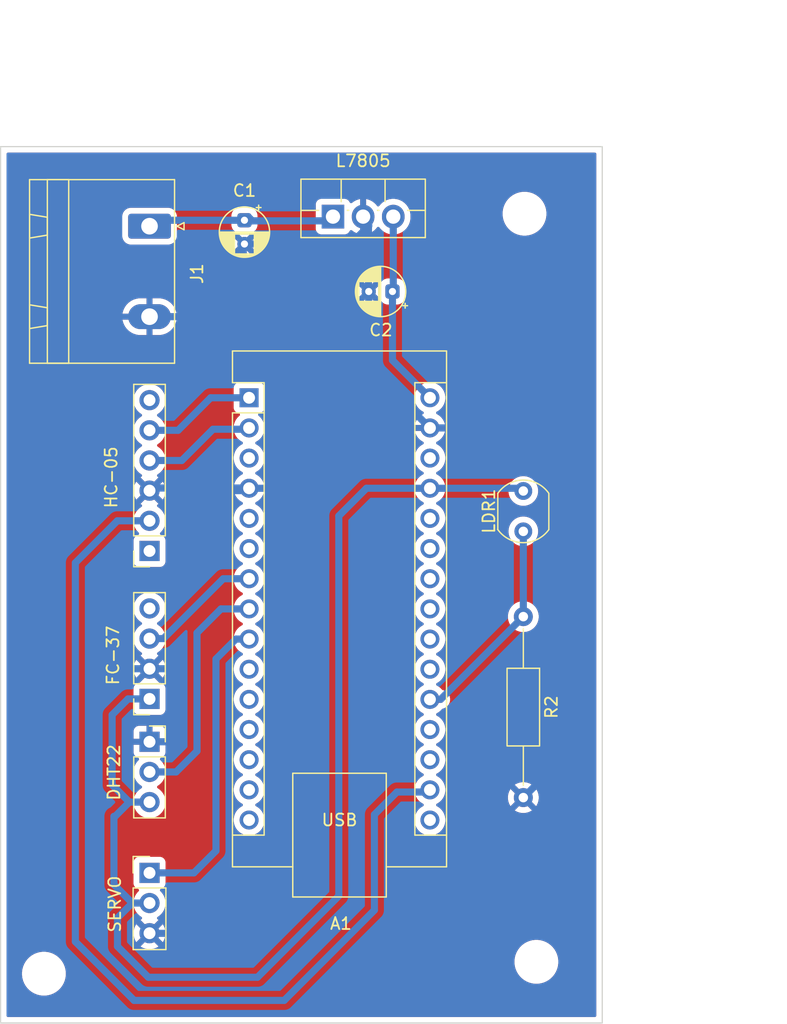
<source format=kicad_pcb>
(kicad_pcb (version 20241229) (generator "pcbnew") (generator_version "9.0")
  (layers (0 "F.Cu" signal) (2 "B.Cu" signal) (13 "F.Paste" user) (15 "B.Paste" user) (5 "F.SilkS" user "F.Silkscreen") (7 "B.SilkS" user "B.Silkscreen") (1 "F.Mask" user) (3 "B.Mask" user) (25 "Edge.Cuts" user))
  (net 0 "")
  (net 2 "DHT22")
  (net 11 "TX")
  (net 14 "RX")
  (net 15 "5V")
  (net 19 "VIN")
  (net 21 "FC37")
  (net 22 "LDR")
  (net 23 "3V3")
  (net 28 "SERVO")
  (net 29 "Net-(J1-Pin_1)")
  (net 30 "GND")
  (footprint "Module:Arduino_Nano" (layer "F.Cu") (at 63.1 80.64)
    (property "Reference" "A1" (at 7.74 44.28 0) (layer "F.SilkS"))
    (property "Value" "Arduino_Nano")
    (fp_line (start -1.4 -3.94) (end -1.4 -1.27) (stroke (width 0.12)) (layer "F.SilkS"))
    (fp_line (start -1.4 1.27) (end -1.4 39.5) (stroke (width 0.12)) (layer "F.SilkS"))
    (fp_line (start -1.4 39.5) (end 3.68 39.5) (stroke (width 0.12)) (layer "F.SilkS"))
    (fp_line (start 1.27 -1.27) (end -1.4 -1.27) (stroke (width 0.12)) (layer "F.SilkS"))
    (fp_line (start 1.27 1.27) (end -1.4 1.27) (stroke (width 0.12)) (layer "F.SilkS"))
    (fp_line (start 1.27 1.27) (end 1.27 -1.27) (stroke (width 0.12)) (layer "F.SilkS"))
    (fp_line (start 1.27 1.27) (end 1.27 36.83) (stroke (width 0.12)) (layer "F.SilkS"))
    (fp_line (start 1.27 36.83) (end -1.4 36.83) (stroke (width 0.12)) (layer "F.SilkS"))
    (fp_line (start 3.68 31.62) (end 11.56 31.62) (stroke (width 0.12)) (layer "F.SilkS"))
    (fp_line (start 3.68 42.04) (end 3.68 31.62) (stroke (width 0.12)) (layer "F.SilkS"))
    (fp_line (start 11.56 31.62) (end 11.56 42.04) (stroke (width 0.12)) (layer "F.SilkS"))
    (fp_line (start 11.56 42.04) (end 3.68 42.04) (stroke (width 0.12)) (layer "F.SilkS"))
    (fp_line (start 13.97 -1.27) (end 13.97 36.83) (stroke (width 0.12)) (layer "F.SilkS"))
    (fp_line (start 13.97 -1.27) (end 16.64 -1.27) (stroke (width 0.12)) (layer "F.SilkS"))
    (fp_line (start 13.97 36.83) (end 16.64 36.83) (stroke (width 0.12)) (layer "F.SilkS"))
    (fp_line (start 16.64 -3.94) (end -1.4 -3.94) (stroke (width 0.12)) (layer "F.SilkS"))
    (fp_line (start 16.64 39.5) (end 11.56 39.5) (stroke (width 0.12)) (layer "F.SilkS"))
    (fp_line (start 16.64 39.5) (end 16.64 -3.94) (stroke (width 0.12)) (layer "F.SilkS"))
    (fp_text user "USB" (at 7.62 35.56 0) (layer "F.SilkS"))
    (pad "1" thru_hole rect (at 0 0) (size 1.6 1.6) (drill 1) (layers "*.Cu" "*.Mask") (net 14 "RX"))
    (pad "2" thru_hole oval (at 0 2.54) (size 1.6 1.6) (drill 1) (layers "*.Cu" "*.Mask") (net 11 "TX"))
    (pad "3" thru_hole oval (at 0 5.08) (size 1.6 1.6) (drill 1) (layers "*.Cu" "*.Mask"))
    (pad "4" thru_hole oval (at 0 7.62) (size 1.6 1.6) (drill 1) (layers "*.Cu" "*.Mask") (net 30 "GND"))
    (pad "5" thru_hole oval (at 0 10.16) (size 1.6 1.6) (drill 1) (layers "*.Cu" "*.Mask"))
    (pad "6" thru_hole oval (at 0 12.7) (size 1.6 1.6) (drill 1) (layers "*.Cu" "*.Mask"))
    (pad "7" thru_hole oval (at 0 15.24) (size 1.6 1.6) (drill 1) (layers "*.Cu" "*.Mask") (net 21 "FC37"))
    (pad "8" thru_hole oval (at 0 17.78) (size 1.6 1.6) (drill 1) (layers "*.Cu" "*.Mask") (net 2 "DHT22"))
    (pad "9" thru_hole oval (at 0 20.32) (size 1.6 1.6) (drill 1) (layers "*.Cu" "*.Mask") (net 28 "SERVO"))
    (pad "10" thru_hole oval (at 0 22.86) (size 1.6 1.6) (drill 1) (layers "*.Cu" "*.Mask"))
    (pad "11" thru_hole oval (at 0 25.4) (size 1.6 1.6) (drill 1) (layers "*.Cu" "*.Mask"))
    (pad "12" thru_hole oval (at 0 27.94) (size 1.6 1.6) (drill 1) (layers "*.Cu" "*.Mask"))
    (pad "13" thru_hole oval (at 0 30.48) (size 1.6 1.6) (drill 1) (layers "*.Cu" "*.Mask"))
    (pad "14" thru_hole oval (at 0 33.02) (size 1.6 1.6) (drill 1) (layers "*.Cu" "*.Mask"))
    (pad "15" thru_hole oval (at 0 35.56) (size 1.6 1.6) (drill 1) (layers "*.Cu" "*.Mask"))
    (pad "16" thru_hole oval (at 15.24 35.56) (size 1.6 1.6) (drill 1) (layers "*.Cu" "*.Mask"))
    (pad "17" thru_hole oval (at 15.24 33.02) (size 1.6 1.6) (drill 1) (layers "*.Cu" "*.Mask") (net 23 "3V3"))
    (pad "18" thru_hole oval (at 15.24 30.48) (size 1.6 1.6) (drill 1) (layers "*.Cu" "*.Mask"))
    (pad "19" thru_hole oval (at 15.24 27.94) (size 1.6 1.6) (drill 1) (layers "*.Cu" "*.Mask"))
    (pad "20" thru_hole oval (at 15.24 25.4) (size 1.6 1.6) (drill 1) (layers "*.Cu" "*.Mask") (net 22 "LDR"))
    (pad "21" thru_hole oval (at 15.24 22.86) (size 1.6 1.6) (drill 1) (layers "*.Cu" "*.Mask"))
    (pad "22" thru_hole oval (at 15.24 20.32) (size 1.6 1.6) (drill 1) (layers "*.Cu" "*.Mask"))
    (pad "23" thru_hole oval (at 15.24 17.78) (size 1.6 1.6) (drill 1) (layers "*.Cu" "*.Mask"))
    (pad "24" thru_hole oval (at 15.24 15.24) (size 1.6 1.6) (drill 1) (layers "*.Cu" "*.Mask"))
    (pad "25" thru_hole oval (at 15.24 12.7) (size 1.6 1.6) (drill 1) (layers "*.Cu" "*.Mask"))
    (pad "26" thru_hole oval (at 15.24 10.16) (size 1.6 1.6) (drill 1) (layers "*.Cu" "*.Mask"))
    (pad "27" thru_hole oval (at 15.24 7.62) (size 1.6 1.6) (drill 1) (layers "*.Cu" "*.Mask") (net 15 "5V"))
    (pad "28" thru_hole oval (at 15.24 5.08) (size 1.6 1.6) (drill 1) (layers "*.Cu" "*.Mask"))
    (pad "29" thru_hole oval (at 15.24 2.54) (size 1.6 1.6) (drill 1) (layers "*.Cu" "*.Mask") (net 30 "GND"))
    (pad "30" thru_hole oval (at 15.24 0) (size 1.6 1.6) (drill 1) (layers "*.Cu" "*.Mask") (net 19 "VIN"))
  )
  (footprint "Package_TO_SOT_THT:TO-220F-3_Vertical" (layer "F.Cu") (at 70.17 65.385)
    (property "Reference" "L7805" (at 2.54 -4.695 0) (layer "F.SilkS"))
    (property "Value" "L7805")
    (fp_line (start -2.7 -3.157) (end -2.7 1.763) (stroke (width 0.12)) (layer "F.SilkS"))
    (fp_line (start -2.7 -3.157) (end 7.78 -3.157) (stroke (width 0.12)) (layer "F.SilkS"))
    (fp_line (start -2.7 -0.527) (end -1.212 -0.527) (stroke (width 0.12)) (layer "F.SilkS"))
    (fp_line (start -2.7 1.763) (end 7.78 1.763) (stroke (width 0.12)) (layer "F.SilkS"))
    (fp_line (start 0.69 -3.157) (end 0.69 -1.26) (stroke (width 0.12)) (layer "F.SilkS"))
    (fp_line (start 1.212 -0.527) (end 1.327 -0.528) (stroke (width 0.12)) (layer "F.SilkS"))
    (fp_line (start 3.752 -0.528) (end 3.867 -0.528) (stroke (width 0.12)) (layer "F.SilkS"))
    (fp_line (start 4.39 -3.157) (end 4.39 -1.26) (stroke (width 0.12)) (layer "F.SilkS"))
    (fp_line (start 6.292 -0.528) (end 7.78 -0.527) (stroke (width 0.12)) (layer "F.SilkS"))
    (fp_line (start 7.78 -3.157) (end 7.78 1.763) (stroke (width 0.12)) (layer "F.SilkS"))
    (pad "1" thru_hole rect (at 0 0) (size 1.905 2) (drill 1.2) (layers "*.Cu" "*.Mask") (net 29 "Net-(J1-Pin_1)"))
    (pad "2" thru_hole oval (at 2.54 0) (size 1.905 2) (drill 1.2) (layers "*.Cu" "*.Mask") (net 30 "GND"))
    (pad "3" thru_hole oval (at 5.08 0) (size 1.905 2) (drill 1.2) (layers "*.Cu" "*.Mask") (net 19 "VIN"))
  )
  (footprint "Connector_PinSocket_2.54mm:PinSocket_1x03_P2.54mm_Vertical" (layer "F.Cu") (at 54.71 109.61)
    (property "Reference" "DHT22" (at -3 2.58 90) (layer "F.SilkS"))
    (property "Value" "DHT22")
    (fp_line (start -1.33 1.27) (end -1.33 6.41) (stroke (width 0.12)) (layer "F.SilkS"))
    (fp_line (start -1.33 1.27) (end 1.33 1.27) (stroke (width 0.12)) (layer "F.SilkS"))
    (fp_line (start -1.33 6.41) (end 1.33 6.41) (stroke (width 0.12)) (layer "F.SilkS"))
    (fp_line (start 0 -1.33) (end 1.33 -1.33) (stroke (width 0.12)) (layer "F.SilkS"))
    (fp_line (start 1.33 -1.33) (end 1.33 0) (stroke (width 0.12)) (layer "F.SilkS"))
    (fp_line (start 1.33 1.27) (end 1.33 6.41) (stroke (width 0.12)) (layer "F.SilkS"))
    (pad "1" thru_hole rect (at 0 0) (size 1.7 1.7) (drill 1) (layers "*.Cu" "*.Mask") (net 30 "GND"))
    (pad "2" thru_hole circle (at 0 2.54) (size 1.7 1.7) (drill 1) (layers "*.Cu" "*.Mask") (net 2 "DHT22"))
    (pad "3" thru_hole circle (at 0 5.08) (size 1.7 1.7) (drill 1) (layers "*.Cu" "*.Mask") (net 15 "5V"))
  )
  (footprint "Capacitor_THT:CP_Radial_D4.0mm_P2.00mm" (layer "F.Cu") (at 75.182599 71.69 180)
    (property "Reference" "C2" (at 0.9726 -3.25 0) (layer "F.SilkS"))
    (property "Value" "C")
    (fp_line (start 3.08 -0.37) (end 3.08 0.37) (stroke (width 0.12)) (layer "F.SilkS"))
    (fp_line (start 3.04 -0.537) (end 3.04 0.537) (stroke (width 0.12)) (layer "F.SilkS"))
    (fp_line (start 3 -0.663) (end 3 0.663) (stroke (width 0.12)) (layer "F.SilkS"))
    (fp_line (start 2.96 -0.768) (end 2.96 0.768) (stroke (width 0.12)) (layer "F.SilkS"))
    (fp_line (start 2.92 -0.859) (end 2.92 0.859) (stroke (width 0.12)) (layer "F.SilkS"))
    (fp_line (start 2.88 -0.94) (end 2.88 0.94) (stroke (width 0.12)) (layer "F.SilkS"))
    (fp_line (start 2.84 -1.013) (end 2.84 1.013) (stroke (width 0.12)) (layer "F.SilkS"))
    (fp_line (start 2.8 0.84) (end 2.8 1.08) (stroke (width 0.12)) (layer "F.SilkS"))
    (fp_line (start 2.8 -1.08) (end 2.8 -0.84) (stroke (width 0.12)) (layer "F.SilkS"))
    (fp_line (start 2.76 0.84) (end 2.76 1.142) (stroke (width 0.12)) (layer "F.SilkS"))
    (fp_line (start 2.76 -1.142) (end 2.76 -0.84) (stroke (width 0.12)) (layer "F.SilkS"))
    (fp_line (start 2.72 0.84) (end 2.72 1.199) (stroke (width 0.12)) (layer "F.SilkS"))
    (fp_line (start 2.72 -1.199) (end 2.72 -0.84) (stroke (width 0.12)) (layer "F.SilkS"))
    (fp_line (start 2.68 0.84) (end 2.68 1.253) (stroke (width 0.12)) (layer "F.SilkS"))
    (fp_line (start 2.68 -1.253) (end 2.68 -0.84) (stroke (width 0.12)) (layer "F.SilkS"))
    (fp_line (start 2.64 0.84) (end 2.64 1.303) (stroke (width 0.12)) (layer "F.SilkS"))
    (fp_line (start 2.64 -1.303) (end 2.64 -0.84) (stroke (width 0.12)) (layer "F.SilkS"))
    (fp_line (start 2.6 0.84) (end 2.6 1.351) (stroke (width 0.12)) (layer "F.SilkS"))
    (fp_line (start 2.6 -1.351) (end 2.6 -0.84) (stroke (width 0.12)) (layer "F.SilkS"))
    (fp_line (start 2.56 0.84) (end 2.56 1.396) (stroke (width 0.12)) (layer "F.SilkS"))
    (fp_line (start 2.56 -1.396) (end 2.56 -0.84) (stroke (width 0.12)) (layer "F.SilkS"))
    (fp_line (start 2.52 0.84) (end 2.52 1.438) (stroke (width 0.12)) (layer "F.SilkS"))
    (fp_line (start 2.52 -1.438) (end 2.52 -0.84) (stroke (width 0.12)) (layer "F.SilkS"))
    (fp_line (start 2.48 0.84) (end 2.48 1.478) (stroke (width 0.12)) (layer "F.SilkS"))
    (fp_line (start 2.48 -1.478) (end 2.48 -0.84) (stroke (width 0.12)) (layer "F.SilkS"))
    (fp_line (start 2.44 0.84) (end 2.44 1.516) (stroke (width 0.12)) (layer "F.SilkS"))
    (fp_line (start 2.44 -1.516) (end 2.44 -0.84) (stroke (width 0.12)) (layer "F.SilkS"))
    (fp_line (start 2.4 0.84) (end 2.4 1.552) (stroke (width 0.12)) (layer "F.SilkS"))
    (fp_line (start 2.4 -1.552) (end 2.4 -0.84) (stroke (width 0.12)) (layer "F.SilkS"))
    (fp_line (start 2.36 0.84) (end 2.36 1.586) (stroke (width 0.12)) (layer "F.SilkS"))
    (fp_line (start 2.36 -1.586) (end 2.36 -0.84) (stroke (width 0.12)) (layer "F.SilkS"))
    (fp_line (start 2.32 0.84) (end 2.32 1.619) (stroke (width 0.12)) (layer "F.SilkS"))
    (fp_line (start 2.32 -1.619) (end 2.32 -0.84) (stroke (width 0.12)) (layer "F.SilkS"))
    (fp_line (start 2.28 0.84) (end 2.28 1.65) (stroke (width 0.12)) (layer "F.SilkS"))
    (fp_line (start 2.28 -1.65) (end 2.28 -0.84) (stroke (width 0.12)) (layer "F.SilkS"))
    (fp_line (start 2.24 0.84) (end 2.24 1.68) (stroke (width 0.12)) (layer "F.SilkS"))
    (fp_line (start 2.24 -1.68) (end 2.24 -0.84) (stroke (width 0.12)) (layer "F.SilkS"))
    (fp_line (start 2.2 0.84) (end 2.2 1.708) (stroke (width 0.12)) (layer "F.SilkS"))
    (fp_line (start 2.2 -1.708) (end 2.2 -0.84) (stroke (width 0.12)) (layer "F.SilkS"))
    (fp_line (start 2.16 0.84) (end 2.16 1.734) (stroke (width 0.12)) (layer "F.SilkS"))
    (fp_line (start 2.16 -1.734) (end 2.16 -0.84) (stroke (width 0.12)) (layer "F.SilkS"))
    (fp_line (start 2.12 0.84) (end 2.12 1.76) (stroke (width 0.12)) (layer "F.SilkS"))
    (fp_line (start 2.12 -1.76) (end 2.12 -0.84) (stroke (width 0.12)) (layer "F.SilkS"))
    (fp_line (start 2.08 0.84) (end 2.08 1.784) (stroke (width 0.12)) (layer "F.SilkS"))
    (fp_line (start 2.08 -1.784) (end 2.08 -0.84) (stroke (width 0.12)) (layer "F.SilkS"))
    (fp_line (start 2.04 0.84) (end 2.04 1.807) (stroke (width 0.12)) (layer "F.SilkS"))
    (fp_line (start 2.04 -1.807) (end 2.04 -0.84) (stroke (width 0.12)) (layer "F.SilkS"))
    (fp_line (start 2 0.84) (end 2 1.829) (stroke (width 0.12)) (layer "F.SilkS"))
    (fp_line (start 2 -1.829) (end 2 -0.84) (stroke (width 0.12)) (layer "F.SilkS"))
    (fp_line (start 1.96 0.84) (end 1.96 1.85) (stroke (width 0.12)) (layer "F.SilkS"))
    (fp_line (start 1.96 -1.85) (end 1.96 -0.84) (stroke (width 0.12)) (layer "F.SilkS"))
    (fp_line (start 1.92 0.84) (end 1.92 1.87) (stroke (width 0.12)) (layer "F.SilkS"))
    (fp_line (start 1.92 -1.87) (end 1.92 -0.84) (stroke (width 0.12)) (layer "F.SilkS"))
    (fp_line (start 1.88 0.84) (end 1.88 1.889) (stroke (width 0.12)) (layer "F.SilkS"))
    (fp_line (start 1.88 -1.889) (end 1.88 -0.84) (stroke (width 0.12)) (layer "F.SilkS"))
    (fp_line (start 1.84 0.84) (end 1.84 1.906) (stroke (width 0.12)) (layer "F.SilkS"))
    (fp_line (start 1.84 -1.906) (end 1.84 -0.84) (stroke (width 0.12)) (layer "F.SilkS"))
    (fp_line (start 1.8 0.84) (end 1.8 1.923) (stroke (width 0.12)) (layer "F.SilkS"))
    (fp_line (start 1.8 -1.923) (end 1.8 -0.84) (stroke (width 0.12)) (layer "F.SilkS"))
    (fp_line (start 1.76 0.84) (end 1.76 1.939) (stroke (width 0.12)) (layer "F.SilkS"))
    (fp_line (start 1.76 -1.939) (end 1.76 -0.84) (stroke (width 0.12)) (layer "F.SilkS"))
    (fp_line (start 1.72 0.84) (end 1.72 1.954) (stroke (width 0.12)) (layer "F.SilkS"))
    (fp_line (start 1.72 -1.954) (end 1.72 -0.84) (stroke (width 0.12)) (layer "F.SilkS"))
    (fp_line (start 1.68 0.84) (end 1.68 1.968) (stroke (width 0.12)) (layer "F.SilkS"))
    (fp_line (start 1.68 -1.968) (end 1.68 -0.84) (stroke (width 0.12)) (layer "F.SilkS"))
    (fp_line (start 1.64 0.84) (end 1.64 1.981) (stroke (width 0.12)) (layer "F.SilkS"))
    (fp_line (start 1.64 -1.981) (end 1.64 -0.84) (stroke (width 0.12)) (layer "F.SilkS"))
    (fp_line (start 1.6 0.84) (end 1.6 1.993) (stroke (width 0.12)) (layer "F.SilkS"))
    (fp_line (start 1.6 -1.993) (end 1.6 -0.84) (stroke (width 0.12)) (layer "F.SilkS"))
    (fp_line (start 1.56 0.84) (end 1.56 2.005) (stroke (width 0.12)) (layer "F.SilkS"))
    (fp_line (start 1.56 -2.005) (end 1.56 -0.84) (stroke (width 0.12)) (layer "F.SilkS"))
    (fp_line (start 1.52 0.84) (end 1.52 2.015) (stroke (width 0.12)) (layer "F.SilkS"))
    (fp_line (start 1.52 -2.015) (end 1.52 -0.84) (stroke (width 0.12)) (layer "F.SilkS"))
    (fp_line (start 1.48 0.84) (end 1.48 2.025) (stroke (width 0.12)) (layer "F.SilkS"))
    (fp_line (start 1.48 -2.025) (end 1.48 -0.84) (stroke (width 0.12)) (layer "F.SilkS"))
    (fp_line (start 1.44 0.84) (end 1.44 2.034) (stroke (width 0.12)) (layer "F.SilkS"))
    (fp_line (start 1.44 -2.034) (end 1.44 -0.84) (stroke (width 0.12)) (layer "F.SilkS"))
    (fp_line (start 1.4 0.84) (end 1.4 2.042) (stroke (width 0.12)) (layer "F.SilkS"))
    (fp_line (start 1.4 -2.042) (end 1.4 -0.84) (stroke (width 0.12)) (layer "F.SilkS"))
    (fp_line (start 1.36 0.84) (end 1.36 2.049) (stroke (width 0.12)) (layer "F.SilkS"))
    (fp_line (start 1.36 -2.049) (end 1.36 -0.84) (stroke (width 0.12)) (layer "F.SilkS"))
    (fp_line (start 1.32 0.84) (end 1.32 2.056) (stroke (width 0.12)) (layer "F.SilkS"))
    (fp_line (start 1.32 -2.056) (end 1.32 -0.84) (stroke (width 0.12)) (layer "F.SilkS"))
    (fp_line (start 1.28 0.84) (end 1.28 2.061) (stroke (width 0.12)) (layer "F.SilkS"))
    (fp_line (start 1.28 -2.061) (end 1.28 -0.84) (stroke (width 0.12)) (layer "F.SilkS"))
    (fp_line (start 1.24 0.84) (end 1.24 2.066) (stroke (width 0.12)) (layer "F.SilkS"))
    (fp_line (start 1.24 -2.066) (end 1.24 -0.84) (stroke (width 0.12)) (layer "F.SilkS"))
    (fp_line (start 1.2 0.84) (end 1.2 2.071) (stroke (width 0.12)) (layer "F.SilkS"))
    (fp_line (start 1.2 -2.071) (end 1.2 -0.84) (stroke (width 0.12)) (layer "F.SilkS"))
    (fp_line (start 1.16 -2.074) (end 1.16 2.074) (stroke (width 0.12)) (layer "F.SilkS"))
    (fp_line (start 1.12 -2.077) (end 1.12 2.077) (stroke (width 0.12)) (layer "F.SilkS"))
    (fp_line (start 1.08 -2.078) (end 1.08 2.078) (stroke (width 0.12)) (layer "F.SilkS"))
    (fp_line (start 1.04 -2.08) (end 1.04 2.08) (stroke (width 0.12)) (layer "F.SilkS"))
    (fp_line (start 1 -2.08) (end 1 2.08) (stroke (width 0.12)) (layer "F.SilkS"))
    (fp_line (start -1.069801 -1.395) (end -1.069801 -0.995) (stroke (width 0.12)) (layer "F.SilkS"))
    (fp_line (start -1.269801 -1.195) (end -0.869801 -1.195) (stroke (width 0.12)) (layer "F.SilkS"))
    (fp_circle (center 1 0) (end 3.12 0) (stroke (width 0.12)) (fill no) (layer "F.SilkS"))
    (pad "1" thru_hole roundrect (at 0 0 180) (size 1.2 1.2) (drill 0.6) (layers "*.Cu" "*.Mask") (roundrect_rratio 0.208333) (net 19 "VIN"))
    (pad "2" thru_hole circle (at 2 0 180) (size 1.2 1.2) (drill 0.6) (layers "*.Cu" "*.Mask") (net 30 "GND"))
  )
  (footprint "OptoDevice:R_LDR_5.1x4.3mm_P3.4mm_Vertical" (layer "F.Cu") (at 86.21 91.89 90)
    (property "Reference" "LDR1" (at 1.7 -2.9 90) (layer "F.SilkS"))
    (property "Value" "LDR07")
    (fp_line (start 0.15 -2.15) (end 3.2 -2.15) (stroke (width 0.12)) (layer "F.SilkS"))
    (fp_line (start 0.15 2.15) (end 3.2 2.15) (stroke (width 0.12)) (layer "F.SilkS"))
    (fp_arc (start 3.2 -2.15) (mid 4.321403 -0.027338) (end 3.244513 2.118249) (stroke (width 0.12)) (layer "F.SilkS"))
    (fp_arc (start 0.15 2.15) (mid -0.950438 -0.013368) (end 0.171766 -2.165525) (stroke (width 0.12)) (layer "F.SilkS"))
    (pad "1" thru_hole circle (at 0 0 90) (size 1.5 1.5) (drill 0.8) (layers "*.Cu" "*.Mask") (net 22 "LDR"))
    (pad "2" thru_hole circle (at 3.4 0 90) (size 1.5 1.5) (drill 0.8) (layers "*.Cu" "*.Mask") (net 15 "5V"))
  )
  (footprint "MountingHole:MountingHole_3.2mm_M3_DIN965" (layer "F.Cu") (at 86.31 65.14)
    (property "Reference" "REF**" (hide yes))
    (property "Value" "MountingHole_3.2mm_M3_DIN965" (hide yes))
    (pad "" np_thru_hole circle (at 0 0) (size 3.2 3.2) (drill 3.2) (layers "*.Cu" "*.Mask"))
  )
  (footprint "Connector_PinSocket_2.54mm:PinSocket_1x04_P2.54mm_Vertical" (layer "F.Cu") (at 54.71 106 180)
    (property "Reference" "FC-37" (at 3.08 3.67 270) (layer "F.SilkS"))
    (property "Value" "FC-37")
    (fp_line (start 1.33 1.27) (end 1.33 8.95) (stroke (width 0.12)) (layer "F.SilkS"))
    (fp_line (start 1.33 -1.33) (end 1.33 0) (stroke (width 0.12)) (layer "F.SilkS"))
    (fp_line (start 0 -1.33) (end 1.33 -1.33) (stroke (width 0.12)) (layer "F.SilkS"))
    (fp_line (start -1.33 8.95) (end 1.33 8.95) (stroke (width 0.12)) (layer "F.SilkS"))
    (fp_line (start -1.33 1.27) (end 1.33 1.27) (stroke (width 0.12)) (layer "F.SilkS"))
    (fp_line (start -1.33 1.27) (end -1.33 8.95) (stroke (width 0.12)) (layer "F.SilkS"))
    (pad "1" thru_hole rect (at 0 0 180) (size 1.7 1.7) (drill 1) (layers "*.Cu" "*.Mask") (net 15 "5V"))
    (pad "2" thru_hole circle (at 0 2.54 180) (size 1.7 1.7) (drill 1) (layers "*.Cu" "*.Mask") (net 30 "GND"))
    (pad "3" thru_hole circle (at 0 5.08 180) (size 1.7 1.7) (drill 1) (layers "*.Cu" "*.Mask") (net 21 "FC37"))
    (pad "4" thru_hole circle (at 0 7.62 180) (size 1.7 1.7) (drill 1) (layers "*.Cu" "*.Mask"))
  )
  (footprint "Connector_PinSocket_2.54mm:PinSocket_1x06_P2.54mm_Vertical" (layer "F.Cu") (at 54.71 93.54 180)
    (property "Reference" "HC-05" (at 3.23 6.2 270) (layer "F.SilkS"))
    (property "Value" "HC-05")
    (fp_line (start 1.33 1.27) (end 1.33 14.03) (stroke (width 0.12)) (layer "F.SilkS"))
    (fp_line (start 1.33 -1.33) (end 1.33 0) (stroke (width 0.12)) (layer "F.SilkS"))
    (fp_line (start 0 -1.33) (end 1.33 -1.33) (stroke (width 0.12)) (layer "F.SilkS"))
    (fp_line (start -1.33 14.03) (end 1.33 14.03) (stroke (width 0.12)) (layer "F.SilkS"))
    (fp_line (start -1.33 1.27) (end 1.33 1.27) (stroke (width 0.12)) (layer "F.SilkS"))
    (fp_line (start -1.33 1.27) (end -1.33 14.03) (stroke (width 0.12)) (layer "F.SilkS"))
    (pad "1" thru_hole rect (at 0 0 180) (size 1.7 1.7) (drill 1) (layers "*.Cu" "*.Mask"))
    (pad "2" thru_hole circle (at 0 2.54 180) (size 1.7 1.7) (drill 1) (layers "*.Cu" "*.Mask") (net 23 "3V3"))
    (pad "3" thru_hole circle (at 0 5.08 180) (size 1.7 1.7) (drill 1) (layers "*.Cu" "*.Mask") (net 30 "GND"))
    (pad "4" thru_hole circle (at 0 7.62 180) (size 1.7 1.7) (drill 1) (layers "*.Cu" "*.Mask") (net 11 "TX"))
    (pad "5" thru_hole circle (at 0 10.16 180) (size 1.7 1.7) (drill 1) (layers "*.Cu" "*.Mask") (net 14 "RX"))
    (pad "6" thru_hole circle (at 0 12.7 180) (size 1.7 1.7) (drill 1) (layers "*.Cu" "*.Mask"))
  )
  (footprint "Resistor_THT:R_Axial_DIN0207_L6.3mm_D2.5mm_P15.24mm_Horizontal" (layer "F.Cu") (at 86.21 99.07 -90)
    (property "Reference" "R2" (at 7.62 -2.37 90) (layer "F.SilkS"))
    (property "Value" "R" (hide yes))
    (fp_line (start 1.04 0) (end 4.35 0) (stroke (width 0.12)) (layer "F.SilkS"))
    (fp_line (start 14.2 0) (end 10.89 0) (stroke (width 0.12)) (layer "F.SilkS"))
    (fp_rect (start 4.35 -1.37) (end 10.89 1.37) (stroke (width 0.12)) (fill no) (layer "F.SilkS"))
    (pad "1" thru_hole circle (at 0 0 270) (size 1.6 1.6) (drill 0.8) (layers "*.Cu" "*.Mask") (net 22 "LDR"))
    (pad "2" thru_hole circle (at 15.24 0 270) (size 1.6 1.6) (drill 0.8) (layers "*.Cu" "*.Mask") (net 30 "GND"))
  )
  (footprint "Capacitor_THT:CP_Radial_D4.0mm_P2.00mm" (layer "F.Cu") (at 62.71 65.69 -90)
    (property "Reference" "C1" (at -2.5 0 180) (layer "F.SilkS"))
    (property "Value" "C")
    (fp_line (start 1.2 0.84) (end 1.2 2.071) (stroke (width 0.12)) (layer "F.SilkS"))
    (fp_line (start 1.24 0.84) (end 1.24 2.066) (stroke (width 0.12)) (layer "F.SilkS"))
    (fp_line (start 1.28 0.84) (end 1.28 2.061) (stroke (width 0.12)) (layer "F.SilkS"))
    (fp_line (start 1.32 0.84) (end 1.32 2.056) (stroke (width 0.12)) (layer "F.SilkS"))
    (fp_line (start 1.36 0.84) (end 1.36 2.049) (stroke (width 0.12)) (layer "F.SilkS"))
    (fp_line (start 1.4 0.84) (end 1.4 2.042) (stroke (width 0.12)) (layer "F.SilkS"))
    (fp_line (start 1.44 0.84) (end 1.44 2.034) (stroke (width 0.12)) (layer "F.SilkS"))
    (fp_line (start 1.48 0.84) (end 1.48 2.025) (stroke (width 0.12)) (layer "F.SilkS"))
    (fp_line (start 1.52 0.84) (end 1.52 2.015) (stroke (width 0.12)) (layer "F.SilkS"))
    (fp_line (start 1.56 0.84) (end 1.56 2.005) (stroke (width 0.12)) (layer "F.SilkS"))
    (fp_line (start 1.6 0.84) (end 1.6 1.993) (stroke (width 0.12)) (layer "F.SilkS"))
    (fp_line (start 1.64 0.84) (end 1.64 1.981) (stroke (width 0.12)) (layer "F.SilkS"))
    (fp_line (start 1.68 0.84) (end 1.68 1.968) (stroke (width 0.12)) (layer "F.SilkS"))
    (fp_line (start 1.72 0.84) (end 1.72 1.954) (stroke (width 0.12)) (layer "F.SilkS"))
    (fp_line (start 1.76 0.84) (end 1.76 1.939) (stroke (width 0.12)) (layer "F.SilkS"))
    (fp_line (start 1.8 0.84) (end 1.8 1.923) (stroke (width 0.12)) (layer "F.SilkS"))
    (fp_line (start 1.84 0.84) (end 1.84 1.906) (stroke (width 0.12)) (layer "F.SilkS"))
    (fp_line (start 1.88 0.84) (end 1.88 1.889) (stroke (width 0.12)) (layer "F.SilkS"))
    (fp_line (start 1.92 0.84) (end 1.92 1.87) (stroke (width 0.12)) (layer "F.SilkS"))
    (fp_line (start 1.96 0.84) (end 1.96 1.85) (stroke (width 0.12)) (layer "F.SilkS"))
    (fp_line (start 2 0.84) (end 2 1.829) (stroke (width 0.12)) (layer "F.SilkS"))
    (fp_line (start 2.04 0.84) (end 2.04 1.807) (stroke (width 0.12)) (layer "F.SilkS"))
    (fp_line (start 2.08 0.84) (end 2.08 1.784) (stroke (width 0.12)) (layer "F.SilkS"))
    (fp_line (start 2.12 0.84) (end 2.12 1.76) (stroke (width 0.12)) (layer "F.SilkS"))
    (fp_line (start 2.16 0.84) (end 2.16 1.734) (stroke (width 0.12)) (layer "F.SilkS"))
    (fp_line (start 2.2 0.84) (end 2.2 1.708) (stroke (width 0.12)) (layer "F.SilkS"))
    (fp_line (start 2.24 0.84) (end 2.24 1.68) (stroke (width 0.12)) (layer "F.SilkS"))
    (fp_line (start 2.28 0.84) (end 2.28 1.65) (stroke (width 0.12)) (layer "F.SilkS"))
    (fp_line (start 2.32 0.84) (end 2.32 1.619) (stroke (width 0.12)) (layer "F.SilkS"))
    (fp_line (start 2.36 0.84) (end 2.36 1.586) (stroke (width 0.12)) (layer "F.SilkS"))
    (fp_line (start 2.4 0.84) (end 2.4 1.552) (stroke (width 0.12)) (layer "F.SilkS"))
    (fp_line (start 2.44 0.84) (end 2.44 1.516) (stroke (width 0.12)) (layer "F.SilkS"))
    (fp_line (start 2.48 0.84) (end 2.48 1.478) (stroke (width 0.12)) (layer "F.SilkS"))
    (fp_line (start 2.52 0.84) (end 2.52 1.438) (stroke (width 0.12)) (layer "F.SilkS"))
    (fp_line (start 2.56 0.84) (end 2.56 1.396) (stroke (width 0.12)) (layer "F.SilkS"))
    (fp_line (start 2.6 0.84) (end 2.6 1.351) (stroke (width 0.12)) (layer "F.SilkS"))
    (fp_line (start 2.64 0.84) (end 2.64 1.303) (stroke (width 0.12)) (layer "F.SilkS"))
    (fp_line (start 2.68 0.84) (end 2.68 1.253) (stroke (width 0.12)) (layer "F.SilkS"))
    (fp_line (start 2.72 0.84) (end 2.72 1.199) (stroke (width 0.12)) (layer "F.SilkS"))
    (fp_line (start 2.76 0.84) (end 2.76 1.142) (stroke (width 0.12)) (layer "F.SilkS"))
    (fp_line (start 2.8 0.84) (end 2.8 1.08) (stroke (width 0.12)) (layer "F.SilkS"))
    (fp_line (start 3.08 -0.37) (end 3.08 0.37) (stroke (width 0.12)) (layer "F.SilkS"))
    (fp_line (start 3.04 -0.537) (end 3.04 0.537) (stroke (width 0.12)) (layer "F.SilkS"))
    (fp_line (start 3 -0.663) (end 3 0.663) (stroke (width 0.12)) (layer "F.SilkS"))
    (fp_line (start 2.96 -0.768) (end 2.96 0.768) (stroke (width 0.12)) (layer "F.SilkS"))
    (fp_line (start 2.92 -0.859) (end 2.92 0.859) (stroke (width 0.12)) (layer "F.SilkS"))
    (fp_line (start 2.88 -0.94) (end 2.88 0.94) (stroke (width 0.12)) (layer "F.SilkS"))
    (fp_line (start 2.84 -1.013) (end 2.84 1.013) (stroke (width 0.12)) (layer "F.SilkS"))
    (fp_line (start 2.8 -1.08) (end 2.8 -0.84) (stroke (width 0.12)) (layer "F.SilkS"))
    (fp_line (start 2.76 -1.142) (end 2.76 -0.84) (stroke (width 0.12)) (layer "F.SilkS"))
    (fp_line (start -1.269801 -1.195) (end -0.869801 -1.195) (stroke (width 0.12)) (layer "F.SilkS"))
    (fp_line (start 2.72 -1.199) (end 2.72 -0.84) (stroke (width 0.12)) (layer "F.SilkS"))
    (fp_line (start 2.68 -1.253) (end 2.68 -0.84) (stroke (width 0.12)) (layer "F.SilkS"))
    (fp_line (start 2.64 -1.303) (end 2.64 -0.84) (stroke (width 0.12)) (layer "F.SilkS"))
    (fp_line (start 2.6 -1.351) (end 2.6 -0.84) (stroke (width 0.12)) (layer "F.SilkS"))
    (fp_line (start -1.069801 -1.395) (end -1.069801 -0.995) (stroke (width 0.12)) (layer "F.SilkS"))
    (fp_line (start 2.56 -1.396) (end 2.56 -0.84) (stroke (width 0.12)) (layer "F.SilkS"))
    (fp_line (start 2.52 -1.438) (end 2.52 -0.84) (stroke (width 0.12)) (layer "F.SilkS"))
    (fp_line (start 2.48 -1.478) (end 2.48 -0.84) (stroke (width 0.12)) (layer "F.SilkS"))
    (fp_line (start 2.44 -1.516) (end 2.44 -0.84) (stroke (width 0.12)) (layer "F.SilkS"))
    (fp_line (start 2.4 -1.552) (end 2.4 -0.84) (stroke (width 0.12)) (layer "F.SilkS"))
    (fp_line (start 2.36 -1.586) (end 2.36 -0.84) (stroke (width 0.12)) (layer "F.SilkS"))
    (fp_line (start 2.32 -1.619) (end 2.32 -0.84) (stroke (width 0.12)) (layer "F.SilkS"))
    (fp_line (start 2.28 -1.65) (end 2.28 -0.84) (stroke (width 0.12)) (layer "F.SilkS"))
    (fp_line (start 2.24 -1.68) (end 2.24 -0.84) (stroke (width 0.12)) (layer "F.SilkS"))
    (fp_line (start 2.2 -1.708) (end 2.2 -0.84) (stroke (width 0.12)) (layer "F.SilkS"))
    (fp_line (start 2.16 -1.734) (end 2.16 -0.84) (stroke (width 0.12)) (layer "F.SilkS"))
    (fp_line (start 2.12 -1.76) (end 2.12 -0.84) (stroke (width 0.12)) (layer "F.SilkS"))
    (fp_line (start 2.08 -1.784) (end 2.08 -0.84) (stroke (width 0.12)) (layer "F.SilkS"))
    (fp_line (start 2.04 -1.807) (end 2.04 -0.84) (stroke (width 0.12)) (layer "F.SilkS"))
    (fp_line (start 2 -1.829) (end 2 -0.84) (stroke (width 0.12)) (layer "F.SilkS"))
    (fp_line (start 1.96 -1.85) (end 1.96 -0.84) (stroke (width 0.12)) (layer "F.SilkS"))
    (fp_line (start 1.92 -1.87) (end 1.92 -0.84) (stroke (width 0.12)) (layer "F.SilkS"))
    (fp_line (start 1.88 -1.889) (end 1.88 -0.84) (stroke (width 0.12)) (layer "F.SilkS"))
    (fp_line (start 1.84 -1.906) (end 1.84 -0.84) (stroke (width 0.12)) (layer "F.SilkS"))
    (fp_line (start 1.8 -1.923) (end 1.8 -0.84) (stroke (width 0.12)) (layer "F.SilkS"))
    (fp_line (start 1.76 -1.939) (end 1.76 -0.84) (stroke (width 0.12)) (layer "F.SilkS"))
    (fp_line (start 1.72 -1.954) (end 1.72 -0.84) (stroke (width 0.12)) (layer "F.SilkS"))
    (fp_line (start 1.68 -1.968) (end 1.68 -0.84) (stroke (width 0.12)) (layer "F.SilkS"))
    (fp_line (start 1.64 -1.981) (end 1.64 -0.84) (stroke (width 0.12)) (layer "F.SilkS"))
    (fp_line (start 1.6 -1.993) (end 1.6 -0.84) (stroke (width 0.12)) (layer "F.SilkS"))
    (fp_line (start 1.56 -2.005) (end 1.56 -0.84) (stroke (width 0.12)) (layer "F.SilkS"))
    (fp_line (start 1.52 -2.015) (end 1.52 -0.84) (stroke (width 0.12)) (layer "F.SilkS"))
    (fp_line (start 1.48 -2.025) (end 1.48 -0.84) (stroke (width 0.12)) (layer "F.SilkS"))
    (fp_line (start 1.44 -2.034) (end 1.44 -0.84) (stroke (width 0.12)) (layer "F.SilkS"))
    (fp_line (start 1.4 -2.042) (end 1.4 -0.84) (stroke (width 0.12)) (layer "F.SilkS"))
    (fp_line (start 1.36 -2.049) (end 1.36 -0.84) (stroke (width 0.12)) (layer "F.SilkS"))
    (fp_line (start 1.32 -2.056) (end 1.32 -0.84) (stroke (width 0.12)) (layer "F.SilkS"))
    (fp_line (start 1.28 -2.061) (end 1.28 -0.84) (stroke (width 0.12)) (layer "F.SilkS"))
    (fp_line (start 1.24 -2.066) (end 1.24 -0.84) (stroke (width 0.12)) (layer "F.SilkS"))
    (fp_line (start 1.2 -2.071) (end 1.2 -0.84) (stroke (width 0.12)) (layer "F.SilkS"))
    (fp_line (start 1.16 -2.074) (end 1.16 2.074) (stroke (width 0.12)) (layer "F.SilkS"))
    (fp_line (start 1.12 -2.077) (end 1.12 2.077) (stroke (width 0.12)) (layer "F.SilkS"))
    (fp_line (start 1.08 -2.078) (end 1.08 2.078) (stroke (width 0.12)) (layer "F.SilkS"))
    (fp_line (start 1 -2.08) (end 1 2.08) (stroke (width 0.12)) (layer "F.SilkS"))
    (fp_line (start 1.04 -2.08) (end 1.04 2.08) (stroke (width 0.12)) (layer "F.SilkS"))
    (fp_circle (center 1 0) (end 3.12 0) (stroke (width 0.12)) (fill no) (layer "F.SilkS"))
    (pad "1" thru_hole roundrect (at 0 0 270) (size 1.2 1.2) (drill 0.6) (layers "*.Cu" "*.Mask") (roundrect_rratio 0.208333) (net 29 "Net-(J1-Pin_1)"))
    (pad "2" thru_hole circle (at 2 0 270) (size 1.2 1.2) (drill 0.6) (layers "*.Cu" "*.Mask") (net 30 "GND"))
  )
  (footprint "MountingHole:MountingHole_3.2mm_M3_DIN965" (layer "F.Cu") (at 87.31 128.14)
    (property "Reference" "REF**" (hide yes))
    (property "Value" "MountingHole_3.2mm_M3_DIN965" (hide yes))
    (pad "" np_thru_hole circle (at 0 0) (size 3.2 3.2) (drill 3.2) (layers "*.Cu" "*.Mask"))
  )
  (footprint "MountingHole:MountingHole_3.2mm_M3_DIN965" (layer "F.Cu") (at 45.81 129.14)
    (property "Reference" "REF**" (hide yes))
    (property "Value" "MountingHole_3.2mm_M3_DIN965" (hide yes))
    (pad "" np_thru_hole circle (at 0 0) (size 3.2 3.2) (drill 3.2) (layers "*.Cu" "*.Mask"))
  )
  (footprint "Connector_Phoenix_GMSTB:PhoenixContact_GMSTBA_2,5_2-G-7,62_1x02_P7.62mm_Horizontal" (layer "F.Cu") (at 54.71 66.19 -90)
    (property "Reference" "J1" (at 4 -4 90) (layer "F.SilkS"))
    (property "Value" "Conn_01x02_Pin")
    (fp_line (start -3.92 10.11) (end 11.54 10.11) (stroke (width 0.12)) (layer "F.SilkS"))
    (fp_line (start -1 10.11) (end 1 10.11) (stroke (width 0.12)) (layer "F.SilkS"))
    (fp_line (start 1 10.11) (end 0.75 8.61) (stroke (width 0.12)) (layer "F.SilkS"))
    (fp_line (start 6.62 10.11) (end 8.62 10.11) (stroke (width 0.12)) (layer "F.SilkS"))
    (fp_line (start 8.62 10.11) (end 8.37 8.61) (stroke (width 0.12)) (layer "F.SilkS"))
    (fp_line (start 11.54 10.11) (end 11.54 -2.11) (stroke (width 0.12)) (layer "F.SilkS"))
    (fp_line (start -3.92 8.61) (end -3.92 6.81) (stroke (width 0.12)) (layer "F.SilkS"))
    (fp_line (start -0.75 8.61) (end -1 10.11) (stroke (width 0.12)) (layer "F.SilkS"))
    (fp_line (start 0.75 8.61) (end -0.75 8.61) (stroke (width 0.12)) (layer "F.SilkS"))
    (fp_line (start 6.87 8.61) (end 6.62 10.11) (stroke (width 0.12)) (layer "F.SilkS"))
    (fp_line (start 8.37 8.61) (end 6.87 8.61) (stroke (width 0.12)) (layer "F.SilkS"))
    (fp_line (start 11.54 8.61) (end -3.92 8.61) (stroke (width 0.12)) (layer "F.SilkS"))
    (fp_line (start -3.92 6.81) (end 11.54 6.81) (stroke (width 0.12)) (layer "F.SilkS"))
    (fp_line (start 11.54 6.81) (end 11.54 8.61) (stroke (width 0.12)) (layer "F.SilkS"))
    (fp_line (start -3.92 -2.11) (end -3.92 10.11) (stroke (width 0.12)) (layer "F.SilkS"))
    (fp_line (start 11.54 -2.11) (end -3.92 -2.11) (stroke (width 0.12)) (layer "F.SilkS"))
    (fp_line (start 0 -2.31) (end -0.3 -2.91) (stroke (width 0.12)) (layer "F.SilkS"))
    (fp_line (start -0.3 -2.91) (end 0.3 -2.91) (stroke (width 0.12)) (layer "F.SilkS"))
    (fp_line (start 0.3 -2.91) (end 0 -2.31) (stroke (width 0.12)) (layer "F.SilkS"))
    (pad "1" thru_hole roundrect (at 0 0 270) (size 2.1 3.6) (drill 1.4) (layers "*.Cu" "*.Mask") (roundrect_rratio 0.119048) (net 29 "Net-(J1-Pin_1)"))
    (pad "2" thru_hole oval (at 7.62 0 270) (size 2.1 3.6) (drill 1.4) (layers "*.Cu" "*.Mask") (net 30 "GND"))
  )
  (footprint "Connector_PinHeader_2.54mm:PinHeader_1x03_P2.54mm_Vertical" (layer "F.Cu") (at 54.71 120.65)
    (property "Reference" "SERVO" (at -2.93 2.63 90) (layer "F.SilkS"))
    (property "Value" "Motor_Servo")
    (fp_line (start -1.38 -1.38) (end 0 -1.38) (stroke (width 0.12)) (layer "F.SilkS"))
    (fp_line (start -1.38 0) (end -1.38 -1.38) (stroke (width 0.12)) (layer "F.SilkS"))
    (fp_line (start -1.38 1.27) (end -1.38 6.46) (stroke (width 0.12)) (layer "F.SilkS"))
    (fp_line (start -1.38 1.27) (end 1.38 1.27) (stroke (width 0.12)) (layer "F.SilkS"))
    (fp_line (start -1.38 6.46) (end 1.38 6.46) (stroke (width 0.12)) (layer "F.SilkS"))
    (fp_line (start 1.38 1.27) (end 1.38 6.46) (stroke (width 0.12)) (layer "F.SilkS"))
    (pad "1" thru_hole rect (at 0 0) (size 1.7 1.7) (drill 1) (layers "*.Cu" "*.Mask") (net 28 "SERVO"))
    (pad "2" thru_hole circle (at 0 2.54) (size 1.7 1.7) (drill 1) (layers "*.Cu" "*.Mask") (net 15 "5V"))
    (pad "3" thru_hole circle (at 0 5.08) (size 1.7 1.7) (drill 1) (layers "*.Cu" "*.Mask") (net 30 "GND"))
  )
  (gr_rect (start 42.16 59.49) (end 92.86 133.29) (stroke (width 0.1)) (fill no) (layer "Edge.Cuts"))
  (segment (start 60.73 98.42) (end 63.1 98.42) (width 0.6) (layer "B.Cu") (net 2))
  (segment (start 56.95 112.15) (end 58.71 110.39) (width 0.6) (layer "B.Cu") (net 2))
  (segment (start 58.71 100.44) (end 60.73 98.42) (width 0.6) (layer "B.Cu") (net 2))
  (segment (start 58.71 110.39) (end 58.71 100.44) (width 0.6) (layer "B.Cu") (net 2))
  (segment (start 54.71 112.15) (end 56.95 112.15) (width 0.6) (layer "B.Cu") (net 2))
  (segment (start 57.43 85.92) (end 60.06 83.29) (width 0.6) (layer "B.Cu") (net 11))
  (segment (start 62.99 83.29) (end 63.1 83.18) (width 0.6) (layer "B.Cu") (net 11))
  (segment (start 60.06 83.29) (end 62.99 83.29) (width 0.6) (layer "B.Cu") (net 11))
  (segment (start 54.71 85.92) (end 57.43 85.92) (width 0.6) (layer "B.Cu") (net 11))
  (segment (start 57.12 83.38) (end 59.86 80.64) (width 0.6) (layer "B.Cu") (net 14))
  (segment (start 59.86 80.64) (end 63.1 80.64) (width 0.6) (layer "B.Cu") (net 14))
  (segment (start 54.71 83.38) (end 57.12 83.38) (width 0.6) (layer "B.Cu") (net 14))
  (segment (start 70.66 90.59) (end 72.99 88.26) (width 0.6) (layer "B.Cu") (net 15))
  (segment (start 72.99 88.26) (end 78.34 88.26) (width 0.6) (layer "B.Cu") (net 15))
  (segment (start 52.01 126.84) (end 54.61 129.44) (width 0.6) (layer "B.Cu") (net 15))
  (segment (start 54.71 106) (end 52.9 106) (width 0.6) (layer "B.Cu") (net 15))
  (segment (start 63.81 129.44) (end 70.66 122.59) (width 0.6) (layer "B.Cu") (net 15))
  (segment (start 51.71 121.64) (end 53.26 123.19) (width 0.6) (layer "B.Cu") (net 15))
  (segment (start 54.61 129.44) (end 63.81 129.44) (width 0.6) (layer "B.Cu") (net 15))
  (segment (start 51.71 115.89) (end 51.71 121.64) (width 0.6) (layer "B.Cu") (net 15))
  (segment (start 53.26 123.19) (end 54.71 123.19) (width 0.6) (layer "B.Cu") (net 15))
  (segment (start 78.34 88.26) (end 85.98 88.26) (width 0.6) (layer "B.Cu") (net 15))
  (segment (start 53.01 114.69) (end 54.71 114.69) (width 0.6) (layer "B.Cu") (net 15))
  (segment (start 52.9 106) (end 51.56 107.34) (width 0.6) (layer "B.Cu") (net 15))
  (segment (start 85.98 88.26) (end 86.21 88.49) (width 0.6) (layer "B.Cu") (net 15))
  (segment (start 52.01 124.44) (end 52.01 126.84) (width 0.6) (layer "B.Cu") (net 15))
  (segment (start 53.01 114.69) (end 51.81 115.89) (width 0.6) (layer "B.Cu") (net 15))
  (segment (start 51.56 113.24) (end 53.01 114.69) (width 0.6) (layer "B.Cu") (net 15))
  (segment (start 70.66 122.59) (end 70.66 90.59) (width 0.6) (layer "B.Cu") (net 15))
  (segment (start 51.81 115.89) (end 51.71 115.89) (width 0.6) (layer "B.Cu") (net 15))
  (segment (start 51.56 107.34) (end 51.56 113.24) (width 0.6) (layer "B.Cu") (net 15))
  (segment (start 53.26 123.19) (end 52.01 124.44) (width 0.6) (layer "B.Cu") (net 15))
  (segment (start 75.25 65.385) (end 75.25 71.622599) (width 0.6) (layer "B.Cu") (net 19))
  (segment (start 75.182599 77.482599) (end 78.34 80.64) (width 0.6) (layer "B.Cu") (net 19))
  (segment (start 75.25 71.622599) (end 75.182599 71.69) (width 0.6) (layer "B.Cu") (net 19))
  (segment (start 75.182599 71.69) (end 75.182599 77.482599) (width 0.6) (layer "B.Cu") (net 19))
  (segment (start 62.99 95.99) (end 63.1 95.88) (width 0.6) (layer "F.Cu") (net 21))
  (segment (start 60.92 95.88) (end 63.1 95.88) (width 0.6) (layer "B.Cu") (net 21))
  (segment (start 55.88 100.92) (end 60.92 95.88) (width 0.6) (layer "B.Cu") (net 21))
  (segment (start 54.71 100.92) (end 55.88 100.92) (width 0.6) (layer "B.Cu") (net 21))
  (segment (start 78.34 106.04) (end 79.24 106.04) (width 0.6) (layer "F.Cu") (net 22))
  (segment (start 86.21 91.89) (end 86.21 99.07) (width 0.6) (layer "B.Cu") (net 22))
  (segment (start 79.24 106.04) (end 86.21 99.07) (width 0.6) (layer "B.Cu") (net 22))
  (segment (start 48.46 94.54) (end 48.46 126.44) (width 0.6) (layer "B.Cu") (net 23))
  (segment (start 75.56 113.84) (end 78.16 113.84) (width 0.6) (layer "B.Cu") (net 23))
  (segment (start 52 91) (end 48.46 94.54) (width 0.6) (layer "B.Cu") (net 23))
  (segment (start 53.41 131.39) (end 66.06 131.39) (width 0.6) (layer "B.Cu") (net 23))
  (segment (start 54.71 91) (end 52 91) (width 0.6) (layer "B.Cu") (net 23))
  (segment (start 66.06 131.39) (end 73.66 123.79) (width 0.6) (layer "B.Cu") (net 23))
  (segment (start 78.16 113.84) (end 78.34 113.66) (width 0.6) (layer "B.Cu") (net 23))
  (segment (start 48.46 126.44) (end 53.41 131.39) (width 0.6) (layer "B.Cu") (net 23))
  (segment (start 73.66 123.79) (end 73.66 115.74) (width 0.6) (layer "B.Cu") (net 23))
  (segment (start 78.32 113.64) (end 78.34 113.66) (width 0.6) (layer "B.Cu") (net 23))
  (segment (start 73.66 115.74) (end 75.56 113.84) (width 0.6) (layer "B.Cu") (net 23))
  (segment (start 60.31 102.64) (end 61.99 100.96) (width 0.6) (layer "B.Cu") (net 28))
  (segment (start 61.99 100.96) (end 63.1 100.96) (width 0.6) (layer "B.Cu") (net 28))
  (segment (start 54.71 120.65) (end 58.45 120.65) (width 0.6) (layer "B.Cu") (net 28))
  (segment (start 60.31 118.79) (end 60.31 102.64) (width 0.6) (layer "B.Cu") (net 28))
  (segment (start 58.45 120.65) (end 60.31 118.79) (width 0.6) (layer "B.Cu") (net 28))
  (segment (start 69.815 65.74) (end 70.17 65.385) (width 0.6) (layer "B.Cu") (net 29))
  (segment (start 63.015 65.385) (end 63.37 65.74) (width 0.6) (layer "B.Cu") (net 29))
  (segment (start 63.37 65.74) (end 69.815 65.74) (width 0.6) (layer "B.Cu") (net 29))
  (segment (start 55.21 65.69) (end 62.71 65.69) (width 0.6) (layer "B.Cu") (net 29))
  (segment (start 54.71 66.19) (end 55.21 65.69) (width 0.6) (layer "B.Cu") (net 29))
  (segment (start 62.71 65.69) (end 63.015 65.385) (width 0.6) (layer "B.Cu") (net 29))
  (segment (start 62.9 88.46) (end 63.1 88.26) (width 0.6) (layer "B.Cu") (net 30))
  (segment (start 60.69 88.46) (end 62.9 88.46) (width 0.6) (layer "B.Cu") (net 30))
  (segment (start 62.61 67.79) (end 62.71 67.69) (width 0.6) (layer "B.Cu") (net 30))
  (segment (start 54.71 125.73) (end 54.72 125.74) (width 0.6) (layer "B.Cu") (net 30))
  (segment (start 60.69 73.81) (end 62.61 71.89) (width 0.6) (layer "B.Cu") (net 30))
  (segment (start 73.182599 78.022599) (end 78.34 83.18) (width 0.6) (layer "B.Cu") (net 30))
  (segment (start 90.81 109.71) (end 86.21 114.31) (width 0.6) (layer "B.Cu") (net 30))
  (segment (start 51.51 97.44) (end 52.86 96.09) (width 0.6) (layer "B.Cu") (net 30))
  (segment (start 54.71 73.81) (end 60.69 73.81) (width 0.6) (layer "B.Cu") (net 30))
  (segment (start 62.71 67.69) (end 71.66 67.69) (width 0.6) (layer "B.Cu") (net 30))
  (segment (start 73.16 71.667401) (end 73.182599 71.69) (width 0.6) (layer "B.Cu") (net 30))
  (segment (start 68.71 90.69) (end 66.28 88.26) (width 0.6) (layer "B.Cu") (net 30))
  (segment (start 71.66 67.69) (end 73.182599 66.167401) (width 0.6) (layer "B.Cu") (net 30))
  (segment (start 66.28 88.26) (end 63.1 88.26) (width 0.6) (layer "B.Cu") (net 30))
  (segment (start 54.71 88.46) (end 54.93 88.24) (width 0.6) (layer "B.Cu") (net 30))
  (segment (start 68.71 121.29) (end 68.71 90.69) (width 0.6) (layer "B.Cu") (net 30))
  (segment (start 54.71 103.46) (end 52.88 103.46) (width 0.6) (layer "B.Cu") (net 30))
  (segment (start 72.71 65.385) (end 73.182599 65.857599) (width 0.6) (layer "B.Cu") (net 30))
  (segment (start 73.182599 66.167401) (end 73.182599 65.857599) (width 0.6) (layer "B.Cu") (net 30))
  (segment (start 57.21 108.64) (end 57.21 104.54) (width 0.6) (layer "B.Cu") (net 30))
  (segment (start 57.21 104.54) (end 56.13 103.46) (width 0.6) (layer "B.Cu") (net 30))
  (segment (start 73.16 65.880198) (end 73.16 71.667401) (width 0.6) (layer "B.Cu") (net 30))
  (segment (start 73.182599 71.69) (end 73.182599 78.022599) (width 0.6) (layer "B.Cu") (net 30))
  (segment (start 57.86 96.09) (end 59.06 94.89) (width 0.6) (layer "B.Cu") (net 30))
  (segment (start 62.61 71.89) (end 62.61 67.79) (width 0.6) (layer "B.Cu") (net 30))
  (segment (start 73.182599 65.857599) (end 73.16 65.880198) (width 0.6) (layer "B.Cu") (net 30))
  (segment (start 52.86 96.09) (end 57.86 96.09) (width 0.6) (layer "B.Cu") (net 30))
  (segment (start 52.88 103.46) (end 51.51 102.09) (width 0.6) (layer "B.Cu") (net 30))
  (segment (start 62.68 88.24) (end 62.9 88.46) (width 0.6) (layer "B.Cu") (net 30))
  (segment (start 87.8 83.18) (end 90.81 86.19) (width 0.6) (layer "B.Cu") (net 30))
  (segment (start 78.34 83.18) (end 87.8 83.18) (width 0.6) (layer "B.Cu") (net 30))
  (segment (start 59.06 90.09) (end 60.69 88.46) (width 0.6) (layer "B.Cu") (net 30))
  (segment (start 90.81 86.19) (end 90.81 109.71) (width 0.6) (layer "B.Cu") (net 30))
  (segment (start 54.93 88.24) (end 62.68 88.24) (width 0.6) (layer "B.Cu") (net 30))
  (segment (start 56.24 109.61) (end 57.21 108.64) (width 0.6) (layer "B.Cu") (net 30))
  (segment (start 56.13 103.46) (end 54.71 103.46) (width 0.6) (layer "B.Cu") (net 30))
  (segment (start 54.72 125.74) (end 64.26 125.74) (width 0.6) (layer "B.Cu") (net 30))
  (segment (start 54.71 109.61) (end 56.24 109.61) (width 0.6) (layer "B.Cu") (net 30))
  (segment (start 59.06 94.89) (end 59.06 90.09) (width 0.6) (layer "B.Cu") (net 30))
  (segment (start 51.51 102.09) (end 51.51 97.44) (width 0.6) (layer "B.Cu") (net 30))
  (segment (start 64.26 125.74) (end 68.71 121.29) (width 0.6) (layer "B.Cu") (net 30))
  (zone (net 30) (net_name "GND") (layers "F.Cu" "B.Cu") (connect_pads (clearance 0.5)) (min_thickness 0.25) (fill yes (thermal_gap 0.5) (thermal_bridge_width 0.5))
    (polygon (pts (xy 42.3 59.6) (xy 92.6 59.7) (xy 92.6 133) (xy 42.5 133.1)))
  )
)
</source>
